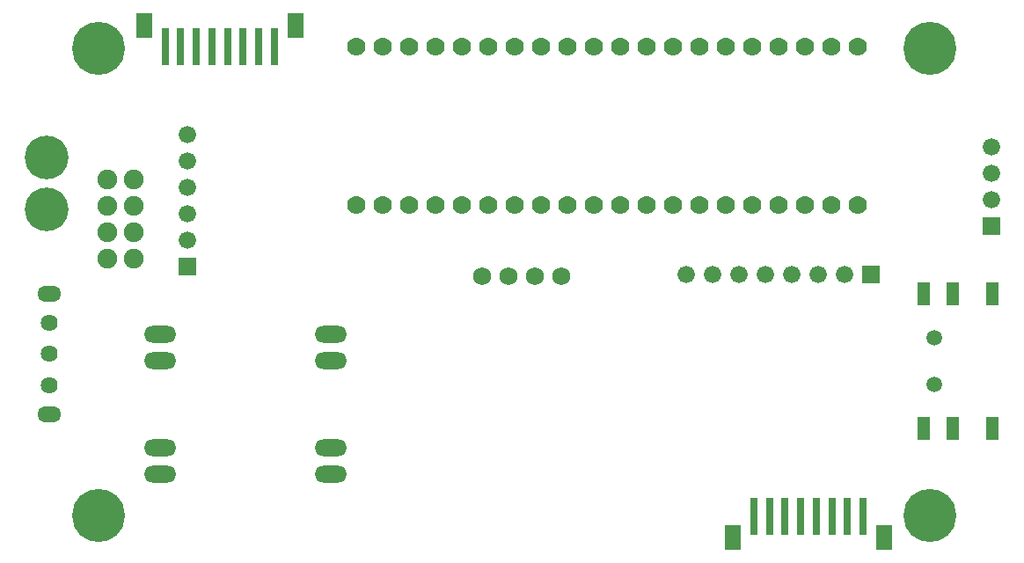
<source format=gts>
G04 EasyEDA Pro v1.9.28, 2023-09-17 19:19:00*
G04 Gerber Generator version 0.3*G04*
G04 #@! TF.GenerationSoftware,Altium Limited,Altium Designer,20.0.13 (296)*
G04*
G04 Layer_Color=8388736*
%FSLAX25Y25*%
%MOIN*%
G70*
G01*
G75*
%ADD17R,0.03156X0.14179*%
%ADD18R,0.06306X0.09455*%
%ADD19R,0.05131X0.08674*%
%ADD20C,0.07487*%
%ADD21C,0.07000*%
%ADD22C,0.06400*%
%ADD23O,0.09061X0.05912*%
%ADD24C,0.06600*%
%ADD25R,0.06600X0.06600*%
%ADD26R,0.06600X0.06600*%
%ADD27C,0.06896*%
%ADD28O,0.12211X0.06400*%
%ADD29C,0.05918*%
%ADD30C,0.16548*%
%ADD31C,0.20085*%
%ADD32C,0.02762*%
D17*
X76382Y197626D02*
D03*
X70477D02*
D03*
X64571D02*
D03*
X82287D02*
D03*
X88193D02*
D03*
X94098D02*
D03*
X100003D02*
D03*
X105909D02*
D03*
X317190Y19500D02*
D03*
X323095D02*
D03*
X329000D02*
D03*
X311284D02*
D03*
X305379D02*
D03*
X299474D02*
D03*
X293568D02*
D03*
X287663D02*
D03*
D18*
X56500Y205500D02*
D03*
X113980D02*
D03*
X337071Y11626D02*
D03*
X279592D02*
D03*
D19*
X351866Y52768D02*
D03*
X363087D02*
D03*
X377850D02*
D03*
Y103949D02*
D03*
X363087D02*
D03*
X351866D02*
D03*
D20*
X42500Y147000D02*
D03*
X52500D02*
D03*
X42500Y137000D02*
D03*
X52500D02*
D03*
X42500Y127000D02*
D03*
X52500D02*
D03*
X42500Y117000D02*
D03*
X52510Y117010D02*
D03*
D21*
X137000Y197500D02*
D03*
X147000D02*
D03*
X157000D02*
D03*
X167000D02*
D03*
X177000D02*
D03*
X187000D02*
D03*
X197000D02*
D03*
X207000D02*
D03*
X217000D02*
D03*
X227000D02*
D03*
X237000D02*
D03*
X247000D02*
D03*
X257000D02*
D03*
X267000D02*
D03*
X277000D02*
D03*
X287000D02*
D03*
X297000D02*
D03*
X307000D02*
D03*
X317000D02*
D03*
X327000D02*
D03*
X327000Y137500D02*
D03*
X317000D02*
D03*
X307000D02*
D03*
X297000D02*
D03*
X287000D02*
D03*
X277000D02*
D03*
X267000D02*
D03*
X257000D02*
D03*
X247000D02*
D03*
X237000D02*
D03*
X227000D02*
D03*
X217000D02*
D03*
X207000D02*
D03*
X197000D02*
D03*
X187000D02*
D03*
X177000D02*
D03*
X167000D02*
D03*
X157000D02*
D03*
X147000D02*
D03*
X137000Y137500D02*
D03*
D22*
X20500Y69189D02*
D03*
Y81000D02*
D03*
Y92811D02*
D03*
D23*
Y103835D02*
D03*
Y58165D02*
D03*
D24*
X262000Y111000D02*
D03*
X272000D02*
D03*
X282000D02*
D03*
X292000D02*
D03*
X302000D02*
D03*
X312000D02*
D03*
X322000D02*
D03*
X73000Y164000D02*
D03*
Y154000D02*
D03*
Y144000D02*
D03*
Y134000D02*
D03*
Y124000D02*
D03*
X377500Y139500D02*
D03*
Y149500D02*
D03*
Y159500D02*
D03*
D25*
X332000Y111000D02*
D03*
D26*
X73000Y114000D02*
D03*
X377500Y129500D02*
D03*
D27*
X214500Y110500D02*
D03*
X204500D02*
D03*
X194500D02*
D03*
X184500Y110490D02*
D03*
D28*
X127234Y45499D02*
D03*
Y78492D02*
D03*
X62500Y45500D02*
D03*
X62588Y78492D02*
D03*
X127234Y35500D02*
D03*
X127234Y88492D02*
D03*
X62588Y35500D02*
D03*
Y88492D02*
D03*
D29*
X356000Y87217D02*
D03*
Y69500D02*
D03*
D30*
X19501Y135659D02*
D03*
Y155344D02*
D03*
D31*
X39370Y19713D02*
D03*
X354331Y19685D02*
D03*
Y196850D02*
D03*
X39370Y196878D02*
D03*
D32*
Y27587D02*
D03*
X33819Y25264D02*
D03*
X31496Y19713D02*
D03*
X33819Y14162D02*
D03*
X39370Y11839D02*
D03*
X44921Y14162D02*
D03*
X47244Y19713D02*
D03*
X44921Y25264D02*
D03*
X354331Y27559D02*
D03*
X348780Y25236D02*
D03*
X346457Y19685D02*
D03*
X348780Y14134D02*
D03*
X354331Y11811D02*
D03*
X359882Y14134D02*
D03*
X362205Y19685D02*
D03*
X359882Y25236D02*
D03*
X354331Y204724D02*
D03*
X348780Y202401D02*
D03*
X346457Y196850D02*
D03*
X348780Y191299D02*
D03*
X354331Y188976D02*
D03*
X359882Y191299D02*
D03*
X362205Y196850D02*
D03*
X359882Y202401D02*
D03*
X39370Y204752D02*
D03*
X33819Y202429D02*
D03*
X31496Y196878D02*
D03*
X33819Y191327D02*
D03*
X39370Y189004D02*
D03*
X44921Y191327D02*
D03*
X47244Y196878D02*
D03*
X44921Y202429D02*
D03*
M02*

</source>
